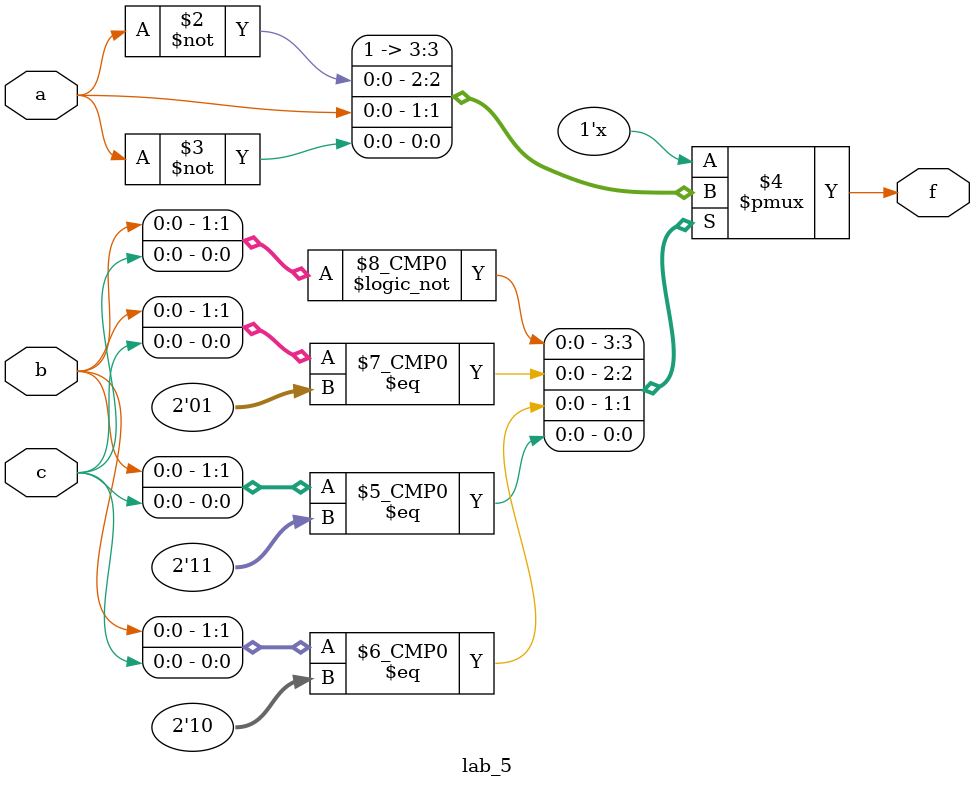
<source format=v>
module lab_5 (a,b,c,f);

input a,b,c;
output reg f;

always@(*)
begin
case({b,c})
2'b00: f<=1;
2'b01: f<=~a;
2'b10: f<=a;
2'b11: f<=~a;
endcase
end

endmodule

</source>
